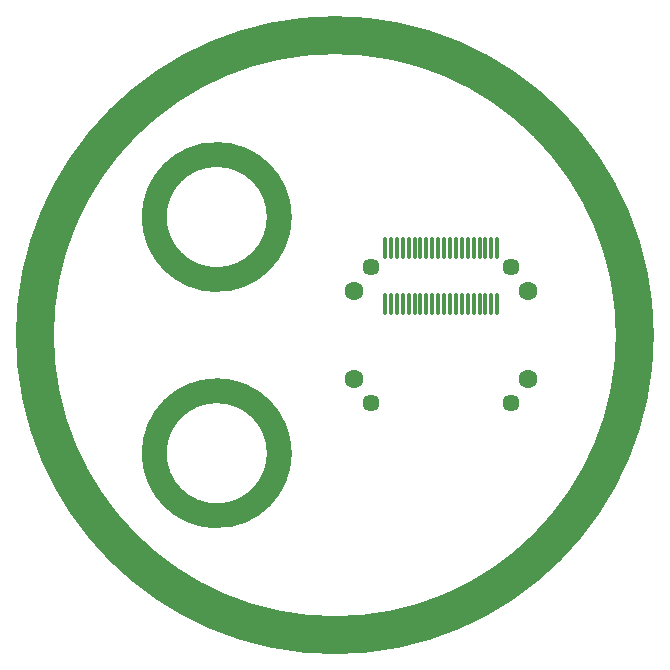
<source format=gbr>
%TF.GenerationSoftware,KiCad,Pcbnew,7.0.2*%
%TF.CreationDate,2023-11-07T11:53:16-07:00*%
%TF.ProjectId,Gateway06,47617465-7761-4793-9036-2e6b69636164,rev?*%
%TF.SameCoordinates,Original*%
%TF.FileFunction,Soldermask,Bot*%
%TF.FilePolarity,Negative*%
%FSLAX46Y46*%
G04 Gerber Fmt 4.6, Leading zero omitted, Abs format (unit mm)*
G04 Created by KiCad (PCBNEW 7.0.2) date 2023-11-07 11:53:16*
%MOMM*%
%LPD*%
G01*
G04 APERTURE LIST*
G04 Aperture macros list*
%AMRoundRect*
0 Rectangle with rounded corners*
0 $1 Rounding radius*
0 $2 $3 $4 $5 $6 $7 $8 $9 X,Y pos of 4 corners*
0 Add a 4 corners polygon primitive as box body*
4,1,4,$2,$3,$4,$5,$6,$7,$8,$9,$2,$3,0*
0 Add four circle primitives for the rounded corners*
1,1,$1+$1,$2,$3*
1,1,$1+$1,$4,$5*
1,1,$1+$1,$6,$7*
1,1,$1+$1,$8,$9*
0 Add four rect primitives between the rounded corners*
20,1,$1+$1,$2,$3,$4,$5,0*
20,1,$1+$1,$4,$5,$6,$7,0*
20,1,$1+$1,$6,$7,$8,$9,0*
20,1,$1+$1,$8,$9,$2,$3,0*%
G04 Aperture macros list end*
%ADD10C,3.200000*%
%ADD11C,2.150000*%
%ADD12C,1.600000*%
%ADD13C,1.450000*%
%ADD14RoundRect,0.050000X-0.125000X-0.850000X0.125000X-0.850000X0.125000X0.850000X-0.125000X0.850000X0*%
G04 APERTURE END LIST*
D10*
X25400000Y0D02*
G75*
G03*
X25400000Y0I-25400000J0D01*
G01*
D11*
%TO.C,H2*%
X-4699764Y-10000000D02*
G75*
G03*
X-4699764Y-10000000I-5300236J0D01*
G01*
%TO.C,H1*%
X-4699764Y10000000D02*
G75*
G03*
X-4699764Y10000000I-5300236J0D01*
G01*
%TD*%
D12*
%TO.C,U2*%
X1605000Y-3740000D03*
D13*
X3080000Y-5740000D03*
X14920000Y-5740000D03*
D12*
X16395000Y-3740000D03*
%TD*%
%TO.C,U1*%
X1605000Y3740000D03*
D13*
X3080000Y5740000D03*
X14920000Y5740000D03*
D12*
X16395000Y3740000D03*
D14*
X13750000Y7350000D03*
X13750000Y2650000D03*
X13250000Y7350000D03*
X13250000Y2650000D03*
X12750000Y7350000D03*
X12750000Y2650000D03*
X12250000Y7350000D03*
X12250000Y2650000D03*
X11750000Y7350000D03*
X11750000Y2650000D03*
X11250000Y7350000D03*
X11250000Y2650000D03*
X10750000Y7350000D03*
X10750000Y2650000D03*
X10250000Y7350000D03*
X10250000Y2650000D03*
X9750000Y7350000D03*
X9750000Y2650000D03*
X9250000Y7350000D03*
X9250000Y2650000D03*
X8750000Y7350000D03*
X8750000Y2650000D03*
X8250000Y7350000D03*
X8250000Y2650000D03*
X7750000Y7350000D03*
X7750000Y2650000D03*
X7250000Y7350000D03*
X7250000Y2650000D03*
X6750000Y7350000D03*
X6750000Y2650000D03*
X6250000Y7350000D03*
X6250000Y2650000D03*
X5750000Y7350000D03*
X5750000Y2650000D03*
X5250000Y7350000D03*
X5250000Y2650000D03*
X4750000Y7350000D03*
X4750000Y2650000D03*
X4250000Y7350000D03*
X4250000Y2650000D03*
%TD*%
M02*

</source>
